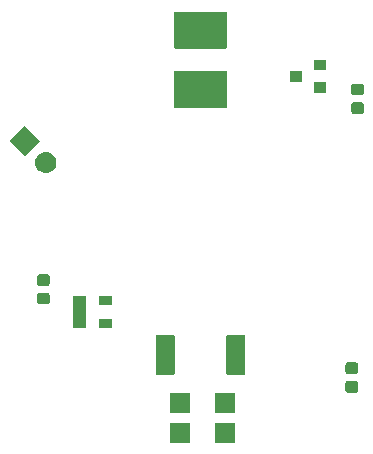
<source format=gbr>
G04 #@! TF.GenerationSoftware,KiCad,Pcbnew,5.1.4-1.fc30*
G04 #@! TF.CreationDate,2019-09-08T13:51:55+02:00*
G04 #@! TF.ProjectId,synchro2,73796e63-6872-46f3-922e-6b696361645f,rev?*
G04 #@! TF.SameCoordinates,Original*
G04 #@! TF.FileFunction,Soldermask,Bot*
G04 #@! TF.FilePolarity,Negative*
%FSLAX46Y46*%
G04 Gerber Fmt 4.6, Leading zero omitted, Abs format (unit mm)*
G04 Created by KiCad (PCBNEW 5.1.4-1.fc30) date 2019-09-08 13:51:55*
%MOMM*%
%LPD*%
G04 APERTURE LIST*
%ADD10C,0.100000*%
G04 APERTURE END LIST*
D10*
G36*
X221983000Y-134313000D02*
G01*
X220357000Y-134313000D01*
X220357000Y-132687000D01*
X221983000Y-132687000D01*
X221983000Y-134313000D01*
X221983000Y-134313000D01*
G37*
G36*
X218173000Y-134313000D02*
G01*
X216547000Y-134313000D01*
X216547000Y-132687000D01*
X218173000Y-132687000D01*
X218173000Y-134313000D01*
X218173000Y-134313000D01*
G37*
G36*
X221983000Y-131773000D02*
G01*
X220357000Y-131773000D01*
X220357000Y-130147000D01*
X221983000Y-130147000D01*
X221983000Y-131773000D01*
X221983000Y-131773000D01*
G37*
G36*
X218173000Y-131773000D02*
G01*
X216547000Y-131773000D01*
X216547000Y-130147000D01*
X218173000Y-130147000D01*
X218173000Y-131773000D01*
X218173000Y-131773000D01*
G37*
G36*
X232279591Y-129103085D02*
G01*
X232313569Y-129113393D01*
X232344890Y-129130134D01*
X232372339Y-129152661D01*
X232394866Y-129180110D01*
X232411607Y-129211431D01*
X232421915Y-129245409D01*
X232426000Y-129286890D01*
X232426000Y-129888110D01*
X232421915Y-129929591D01*
X232411607Y-129963569D01*
X232394866Y-129994890D01*
X232372339Y-130022339D01*
X232344890Y-130044866D01*
X232313569Y-130061607D01*
X232279591Y-130071915D01*
X232238110Y-130076000D01*
X231561890Y-130076000D01*
X231520409Y-130071915D01*
X231486431Y-130061607D01*
X231455110Y-130044866D01*
X231427661Y-130022339D01*
X231405134Y-129994890D01*
X231388393Y-129963569D01*
X231378085Y-129929591D01*
X231374000Y-129888110D01*
X231374000Y-129286890D01*
X231378085Y-129245409D01*
X231388393Y-129211431D01*
X231405134Y-129180110D01*
X231427661Y-129152661D01*
X231455110Y-129130134D01*
X231486431Y-129113393D01*
X231520409Y-129103085D01*
X231561890Y-129099000D01*
X232238110Y-129099000D01*
X232279591Y-129103085D01*
X232279591Y-129103085D01*
G37*
G36*
X222753820Y-125178103D02*
G01*
X222787985Y-125188467D01*
X222819464Y-125205293D01*
X222847060Y-125227940D01*
X222869707Y-125255536D01*
X222886533Y-125287015D01*
X222896897Y-125321180D01*
X222901000Y-125362842D01*
X222901000Y-128437158D01*
X222896897Y-128478820D01*
X222886533Y-128512985D01*
X222869707Y-128544464D01*
X222847060Y-128572060D01*
X222819464Y-128594707D01*
X222787985Y-128611533D01*
X222753820Y-128621897D01*
X222712158Y-128626000D01*
X221462842Y-128626000D01*
X221421180Y-128621897D01*
X221387015Y-128611533D01*
X221355536Y-128594707D01*
X221327940Y-128572060D01*
X221305293Y-128544464D01*
X221288467Y-128512985D01*
X221278103Y-128478820D01*
X221274000Y-128437158D01*
X221274000Y-125362842D01*
X221278103Y-125321180D01*
X221288467Y-125287015D01*
X221305293Y-125255536D01*
X221327940Y-125227940D01*
X221355536Y-125205293D01*
X221387015Y-125188467D01*
X221421180Y-125178103D01*
X221462842Y-125174000D01*
X222712158Y-125174000D01*
X222753820Y-125178103D01*
X222753820Y-125178103D01*
G37*
G36*
X216778820Y-125178103D02*
G01*
X216812985Y-125188467D01*
X216844464Y-125205293D01*
X216872060Y-125227940D01*
X216894707Y-125255536D01*
X216911533Y-125287015D01*
X216921897Y-125321180D01*
X216926000Y-125362842D01*
X216926000Y-128437158D01*
X216921897Y-128478820D01*
X216911533Y-128512985D01*
X216894707Y-128544464D01*
X216872060Y-128572060D01*
X216844464Y-128594707D01*
X216812985Y-128611533D01*
X216778820Y-128621897D01*
X216737158Y-128626000D01*
X215487842Y-128626000D01*
X215446180Y-128621897D01*
X215412015Y-128611533D01*
X215380536Y-128594707D01*
X215352940Y-128572060D01*
X215330293Y-128544464D01*
X215313467Y-128512985D01*
X215303103Y-128478820D01*
X215299000Y-128437158D01*
X215299000Y-125362842D01*
X215303103Y-125321180D01*
X215313467Y-125287015D01*
X215330293Y-125255536D01*
X215352940Y-125227940D01*
X215380536Y-125205293D01*
X215412015Y-125188467D01*
X215446180Y-125178103D01*
X215487842Y-125174000D01*
X216737158Y-125174000D01*
X216778820Y-125178103D01*
X216778820Y-125178103D01*
G37*
G36*
X232279591Y-127528085D02*
G01*
X232313569Y-127538393D01*
X232344890Y-127555134D01*
X232372339Y-127577661D01*
X232394866Y-127605110D01*
X232411607Y-127636431D01*
X232421915Y-127670409D01*
X232426000Y-127711890D01*
X232426000Y-128313110D01*
X232421915Y-128354591D01*
X232411607Y-128388569D01*
X232394866Y-128419890D01*
X232372339Y-128447339D01*
X232344890Y-128469866D01*
X232313569Y-128486607D01*
X232279591Y-128496915D01*
X232238110Y-128501000D01*
X231561890Y-128501000D01*
X231520409Y-128496915D01*
X231486431Y-128486607D01*
X231455110Y-128469866D01*
X231427661Y-128447339D01*
X231405134Y-128419890D01*
X231388393Y-128388569D01*
X231378085Y-128354591D01*
X231374000Y-128313110D01*
X231374000Y-127711890D01*
X231378085Y-127670409D01*
X231388393Y-127636431D01*
X231405134Y-127605110D01*
X231427661Y-127577661D01*
X231455110Y-127555134D01*
X231486431Y-127538393D01*
X231520409Y-127528085D01*
X231561890Y-127524000D01*
X232238110Y-127524000D01*
X232279591Y-127528085D01*
X232279591Y-127528085D01*
G37*
G36*
X211631000Y-124576000D02*
G01*
X210469000Y-124576000D01*
X210469000Y-123824000D01*
X211631000Y-123824000D01*
X211631000Y-124576000D01*
X211631000Y-124576000D01*
G37*
G36*
X209431000Y-124576000D02*
G01*
X208269000Y-124576000D01*
X208269000Y-121924000D01*
X209431000Y-121924000D01*
X209431000Y-124576000D01*
X209431000Y-124576000D01*
G37*
G36*
X211631000Y-122676000D02*
G01*
X210469000Y-122676000D01*
X210469000Y-121924000D01*
X211631000Y-121924000D01*
X211631000Y-122676000D01*
X211631000Y-122676000D01*
G37*
G36*
X206179591Y-121640585D02*
G01*
X206213569Y-121650893D01*
X206244890Y-121667634D01*
X206272339Y-121690161D01*
X206294866Y-121717610D01*
X206311607Y-121748931D01*
X206321915Y-121782909D01*
X206326000Y-121824390D01*
X206326000Y-122425610D01*
X206321915Y-122467091D01*
X206311607Y-122501069D01*
X206294866Y-122532390D01*
X206272339Y-122559839D01*
X206244890Y-122582366D01*
X206213569Y-122599107D01*
X206179591Y-122609415D01*
X206138110Y-122613500D01*
X205461890Y-122613500D01*
X205420409Y-122609415D01*
X205386431Y-122599107D01*
X205355110Y-122582366D01*
X205327661Y-122559839D01*
X205305134Y-122532390D01*
X205288393Y-122501069D01*
X205278085Y-122467091D01*
X205274000Y-122425610D01*
X205274000Y-121824390D01*
X205278085Y-121782909D01*
X205288393Y-121748931D01*
X205305134Y-121717610D01*
X205327661Y-121690161D01*
X205355110Y-121667634D01*
X205386431Y-121650893D01*
X205420409Y-121640585D01*
X205461890Y-121636500D01*
X206138110Y-121636500D01*
X206179591Y-121640585D01*
X206179591Y-121640585D01*
G37*
G36*
X206179591Y-120065585D02*
G01*
X206213569Y-120075893D01*
X206244890Y-120092634D01*
X206272339Y-120115161D01*
X206294866Y-120142610D01*
X206311607Y-120173931D01*
X206321915Y-120207909D01*
X206326000Y-120249390D01*
X206326000Y-120850610D01*
X206321915Y-120892091D01*
X206311607Y-120926069D01*
X206294866Y-120957390D01*
X206272339Y-120984839D01*
X206244890Y-121007366D01*
X206213569Y-121024107D01*
X206179591Y-121034415D01*
X206138110Y-121038500D01*
X205461890Y-121038500D01*
X205420409Y-121034415D01*
X205386431Y-121024107D01*
X205355110Y-121007366D01*
X205327661Y-120984839D01*
X205305134Y-120957390D01*
X205288393Y-120926069D01*
X205278085Y-120892091D01*
X205274000Y-120850610D01*
X205274000Y-120249390D01*
X205278085Y-120207909D01*
X205288393Y-120173931D01*
X205305134Y-120142610D01*
X205327661Y-120115161D01*
X205355110Y-120092634D01*
X205386431Y-120075893D01*
X205420409Y-120065585D01*
X205461890Y-120061500D01*
X206138110Y-120061500D01*
X206179591Y-120065585D01*
X206179591Y-120065585D01*
G37*
G36*
X206106494Y-109701570D02*
G01*
X206172678Y-109708088D01*
X206342517Y-109759608D01*
X206499042Y-109843273D01*
X206534780Y-109872603D01*
X206636237Y-109955865D01*
X206719499Y-110057322D01*
X206748829Y-110093060D01*
X206832494Y-110249585D01*
X206884014Y-110419424D01*
X206901410Y-110596051D01*
X206884014Y-110772678D01*
X206832494Y-110942517D01*
X206748829Y-111099042D01*
X206719499Y-111134780D01*
X206636237Y-111236237D01*
X206534780Y-111319499D01*
X206499042Y-111348829D01*
X206342517Y-111432494D01*
X206172678Y-111484014D01*
X206106494Y-111490532D01*
X206040311Y-111497051D01*
X205951791Y-111497051D01*
X205885608Y-111490532D01*
X205819424Y-111484014D01*
X205649585Y-111432494D01*
X205493060Y-111348829D01*
X205457322Y-111319499D01*
X205355865Y-111236237D01*
X205272603Y-111134780D01*
X205243273Y-111099042D01*
X205159608Y-110942517D01*
X205108088Y-110772678D01*
X205090692Y-110596051D01*
X205108088Y-110419424D01*
X205159608Y-110249585D01*
X205243273Y-110093060D01*
X205272603Y-110057322D01*
X205355865Y-109955865D01*
X205457322Y-109872603D01*
X205493060Y-109843273D01*
X205649585Y-109759608D01*
X205819424Y-109708088D01*
X205885608Y-109701570D01*
X205951791Y-109695051D01*
X206040311Y-109695051D01*
X206106494Y-109701570D01*
X206106494Y-109701570D01*
G37*
G36*
X205474206Y-108800000D02*
G01*
X204200000Y-110074206D01*
X202925794Y-108800000D01*
X204200000Y-107525794D01*
X205474206Y-108800000D01*
X205474206Y-108800000D01*
G37*
G36*
X232779591Y-105503085D02*
G01*
X232813569Y-105513393D01*
X232844890Y-105530134D01*
X232872339Y-105552661D01*
X232894866Y-105580110D01*
X232911607Y-105611431D01*
X232921915Y-105645409D01*
X232926000Y-105686890D01*
X232926000Y-106288110D01*
X232921915Y-106329591D01*
X232911607Y-106363569D01*
X232894866Y-106394890D01*
X232872339Y-106422339D01*
X232844890Y-106444866D01*
X232813569Y-106461607D01*
X232779591Y-106471915D01*
X232738110Y-106476000D01*
X232061890Y-106476000D01*
X232020409Y-106471915D01*
X231986431Y-106461607D01*
X231955110Y-106444866D01*
X231927661Y-106422339D01*
X231905134Y-106394890D01*
X231888393Y-106363569D01*
X231878085Y-106329591D01*
X231874000Y-106288110D01*
X231874000Y-105686890D01*
X231878085Y-105645409D01*
X231888393Y-105611431D01*
X231905134Y-105580110D01*
X231927661Y-105552661D01*
X231955110Y-105530134D01*
X231986431Y-105513393D01*
X232020409Y-105503085D01*
X232061890Y-105499000D01*
X232738110Y-105499000D01*
X232779591Y-105503085D01*
X232779591Y-105503085D01*
G37*
G36*
X221251850Y-102852554D02*
G01*
X221280647Y-102861290D01*
X221307179Y-102875471D01*
X221330439Y-102894561D01*
X221349529Y-102917821D01*
X221363710Y-102944353D01*
X221372446Y-102973150D01*
X221376000Y-103009233D01*
X221376000Y-105815767D01*
X221372446Y-105851850D01*
X221363710Y-105880647D01*
X221349529Y-105907179D01*
X221330439Y-105930439D01*
X221307179Y-105949529D01*
X221280647Y-105963710D01*
X221251850Y-105972446D01*
X221215767Y-105976000D01*
X216984233Y-105976000D01*
X216948150Y-105972446D01*
X216919353Y-105963710D01*
X216892821Y-105949529D01*
X216869561Y-105930439D01*
X216850471Y-105907179D01*
X216836290Y-105880647D01*
X216827554Y-105851850D01*
X216824000Y-105815767D01*
X216824000Y-103009233D01*
X216827554Y-102973150D01*
X216836290Y-102944353D01*
X216850471Y-102917821D01*
X216869561Y-102894561D01*
X216892821Y-102875471D01*
X216919353Y-102861290D01*
X216948150Y-102852554D01*
X216984233Y-102849000D01*
X221215767Y-102849000D01*
X221251850Y-102852554D01*
X221251850Y-102852554D01*
G37*
G36*
X232779591Y-103928085D02*
G01*
X232813569Y-103938393D01*
X232844890Y-103955134D01*
X232872339Y-103977661D01*
X232894866Y-104005110D01*
X232911607Y-104036431D01*
X232921915Y-104070409D01*
X232926000Y-104111890D01*
X232926000Y-104713110D01*
X232921915Y-104754591D01*
X232911607Y-104788569D01*
X232894866Y-104819890D01*
X232872339Y-104847339D01*
X232844890Y-104869866D01*
X232813569Y-104886607D01*
X232779591Y-104896915D01*
X232738110Y-104901000D01*
X232061890Y-104901000D01*
X232020409Y-104896915D01*
X231986431Y-104886607D01*
X231955110Y-104869866D01*
X231927661Y-104847339D01*
X231905134Y-104819890D01*
X231888393Y-104788569D01*
X231878085Y-104754591D01*
X231874000Y-104713110D01*
X231874000Y-104111890D01*
X231878085Y-104070409D01*
X231888393Y-104036431D01*
X231905134Y-104005110D01*
X231927661Y-103977661D01*
X231955110Y-103955134D01*
X231986431Y-103938393D01*
X232020409Y-103928085D01*
X232061890Y-103924000D01*
X232738110Y-103924000D01*
X232779591Y-103928085D01*
X232779591Y-103928085D01*
G37*
G36*
X229701000Y-104701000D02*
G01*
X228699000Y-104701000D01*
X228699000Y-103799000D01*
X229701000Y-103799000D01*
X229701000Y-104701000D01*
X229701000Y-104701000D01*
G37*
G36*
X227701000Y-103751000D02*
G01*
X226699000Y-103751000D01*
X226699000Y-102849000D01*
X227701000Y-102849000D01*
X227701000Y-103751000D01*
X227701000Y-103751000D01*
G37*
G36*
X229701000Y-102801000D02*
G01*
X228699000Y-102801000D01*
X228699000Y-101899000D01*
X229701000Y-101899000D01*
X229701000Y-102801000D01*
X229701000Y-102801000D01*
G37*
G36*
X221251850Y-97827554D02*
G01*
X221280647Y-97836290D01*
X221307179Y-97850471D01*
X221330439Y-97869561D01*
X221349529Y-97892821D01*
X221363710Y-97919353D01*
X221372446Y-97948150D01*
X221376000Y-97984233D01*
X221376000Y-100790767D01*
X221372446Y-100826850D01*
X221363710Y-100855647D01*
X221349529Y-100882179D01*
X221330439Y-100905439D01*
X221307179Y-100924529D01*
X221280647Y-100938710D01*
X221251850Y-100947446D01*
X221215767Y-100951000D01*
X216984233Y-100951000D01*
X216948150Y-100947446D01*
X216919353Y-100938710D01*
X216892821Y-100924529D01*
X216869561Y-100905439D01*
X216850471Y-100882179D01*
X216836290Y-100855647D01*
X216827554Y-100826850D01*
X216824000Y-100790767D01*
X216824000Y-97984233D01*
X216827554Y-97948150D01*
X216836290Y-97919353D01*
X216850471Y-97892821D01*
X216869561Y-97869561D01*
X216892821Y-97850471D01*
X216919353Y-97836290D01*
X216948150Y-97827554D01*
X216984233Y-97824000D01*
X221215767Y-97824000D01*
X221251850Y-97827554D01*
X221251850Y-97827554D01*
G37*
M02*

</source>
